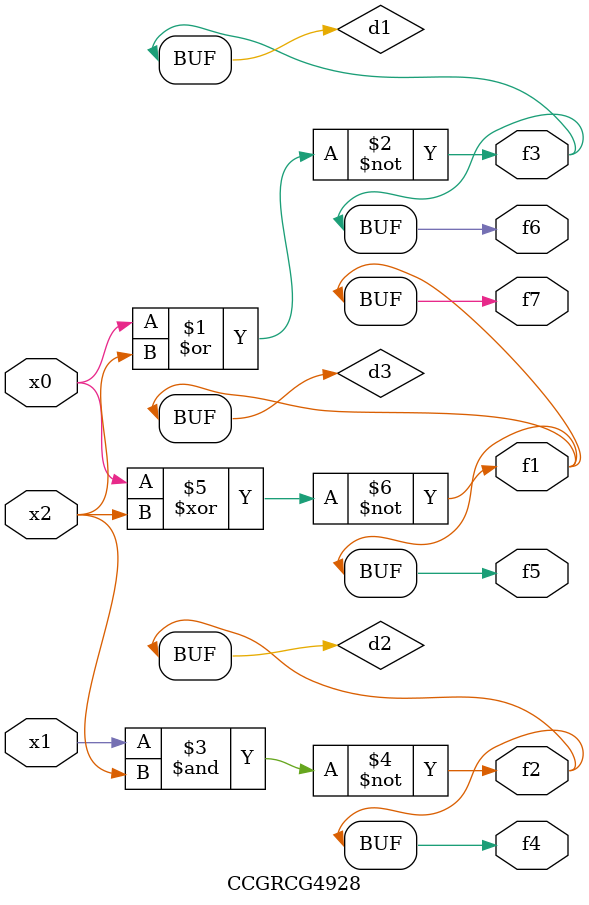
<source format=v>
module CCGRCG4928(
	input x0, x1, x2,
	output f1, f2, f3, f4, f5, f6, f7
);

	wire d1, d2, d3;

	nor (d1, x0, x2);
	nand (d2, x1, x2);
	xnor (d3, x0, x2);
	assign f1 = d3;
	assign f2 = d2;
	assign f3 = d1;
	assign f4 = d2;
	assign f5 = d3;
	assign f6 = d1;
	assign f7 = d3;
endmodule

</source>
